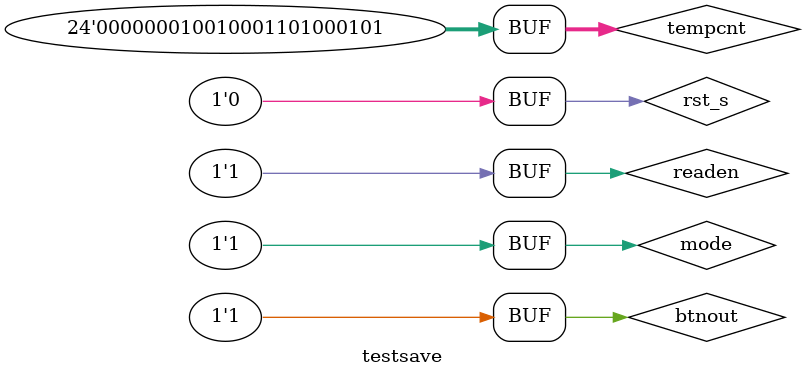
<source format=v>
`timescale 1ns / 1ps


module testsave(

    );
    reg mode;
    reg [23:0] tempcnt;
    reg btnout;
    reg readen;
    reg rst_s;
    wire [23:0] cnts;
     save s1(
    .en(mode),//Á´½Ómode[3]
    .cntin(tempcnt),
    .button(btnout),//Á´½Óbout0
    .readen(readen),//Á´½ÓÒ»¸ö²¦Âë¿ª¹Ø
    .rst(rst_s),//Á´½ÓÒ»¸ö²¦Âë¿ª¹Ø
    .cntout(cnts)
    );
    initial begin   mode = 1;  rst_s = 1;  tempcnt = 24'h012345; btnout = 1; readen = 0;
    end
    always
    begin
        #10 rst_s = 0;
        #200 btnout = 0;
        #20 btnout = 1;
          #200 btnout = 0;
        #20 btnout = 1;
          #200 btnout = 0;
        #20 btnout = 1;
          #200 btnout = 0;
        #20 btnout = 1;
                #20 btnout = 1;
      
                 #200 btnout = 0;
        #20 btnout = 1;
          #200 btnout = 0;
        #20 btnout = 1;
          #200 btnout = 0;
        #20 btnout = 1;
          #200 btnout = 0;
        #20 btnout = 1;
        #20 readen = 1;
        
    end
endmodule

</source>
